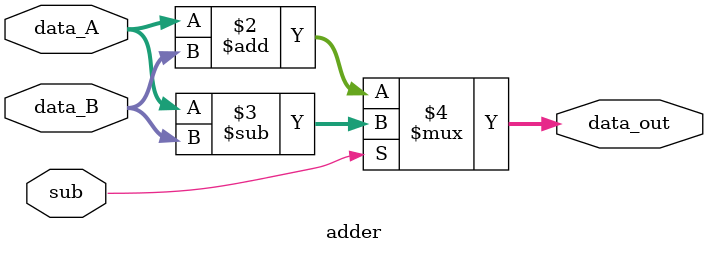
<source format=v>
module adder(
input [15:0] data_A,
input [15:0] data_B,
input sub,
output wire [15:0] data_out
);

assign data_out = (sub == 0) ? (data_A + data_B) : (data_A - data_B);

endmodule
</source>
